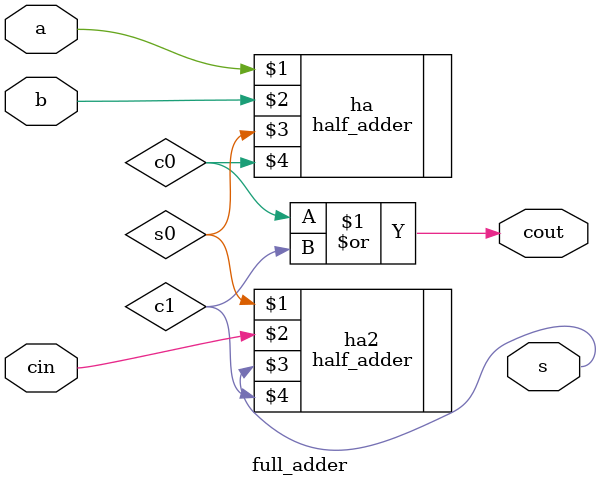
<source format=sv>
`timescale 1ns / 1ps


module full_adder(input logic a, b, cin, output logic s, cout);
    logic s0, c0, c1;
    
    half_adder ha(a, b, s0, c0);
    half_adder ha2(s0, cin, s, c1);
    or orgate(cout, c0, c1);
endmodule

</source>
